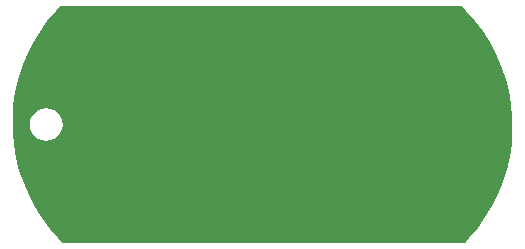
<source format=gbr>
%TF.GenerationSoftware,Altium Limited,Altium Designer,20.0.10 (225)*%
G04 Layer_Physical_Order=1*
G04 Layer_Color=255*
%FSLAX26Y26*%
%MOIN*%
%TF.FileFunction,Copper,L1,Top,Signal*%
%TF.Part,Single*%
G01*
G75*
G36*
X4944299Y3034677D02*
X4973229Y3001659D01*
X4999480Y2966473D01*
X5022890Y2929336D01*
X5043313Y2890476D01*
X5060625Y2850134D01*
X5074718Y2808558D01*
X5085506Y2766005D01*
X5092921Y2722736D01*
X5096919Y2679019D01*
X5097475Y2635123D01*
X5094585Y2591319D01*
X5088267Y2547876D01*
X5078560Y2505063D01*
X5065524Y2463144D01*
X5049239Y2422377D01*
X5029805Y2383013D01*
X5007343Y2345295D01*
X4981991Y2309456D01*
X4953906Y2275716D01*
X4941832Y2263333D01*
X4938583Y2260000D01*
Y2260000D01*
X4938582Y2260000D01*
X3600000Y2260000D01*
X3584284Y2275323D01*
X3555353Y2308341D01*
X3529102Y2343527D01*
X3505693Y2380664D01*
X3485269Y2419524D01*
X3467958Y2459866D01*
X3453865Y2501442D01*
X3443077Y2543995D01*
X3435661Y2587264D01*
X3431663Y2630981D01*
X3431108Y2674877D01*
X3433998Y2718681D01*
X3440316Y2762124D01*
X3450023Y2804937D01*
X3463059Y2846856D01*
X3479344Y2887623D01*
X3498777Y2926987D01*
X3521239Y2964705D01*
X3546591Y3000544D01*
X3574677Y3034284D01*
X3590000Y3050000D01*
X4928583D01*
X4944299Y3034677D01*
D02*
G37*
%LPC*%
G36*
X3543307Y2709839D02*
X3529114Y2707971D01*
X3515887Y2702492D01*
X3504530Y2693777D01*
X3495815Y2682420D01*
X3490336Y2669193D01*
X3488468Y2655000D01*
X3490336Y2640807D01*
X3495815Y2627580D01*
X3504530Y2616223D01*
X3515887Y2607508D01*
X3529114Y2602029D01*
X3543307Y2600161D01*
X3557501Y2602029D01*
X3570727Y2607508D01*
X3582084Y2616223D01*
X3590799Y2627580D01*
X3596278Y2640807D01*
X3598146Y2655000D01*
X3596278Y2669193D01*
X3590799Y2682420D01*
X3582084Y2693777D01*
X3570727Y2702492D01*
X3557501Y2707971D01*
X3543307Y2709839D01*
D02*
G37*
%LPD*%
%TF.MD5,cd5d50bf480ba5cb7ec9eefdcd3a6115*%
M02*

</source>
